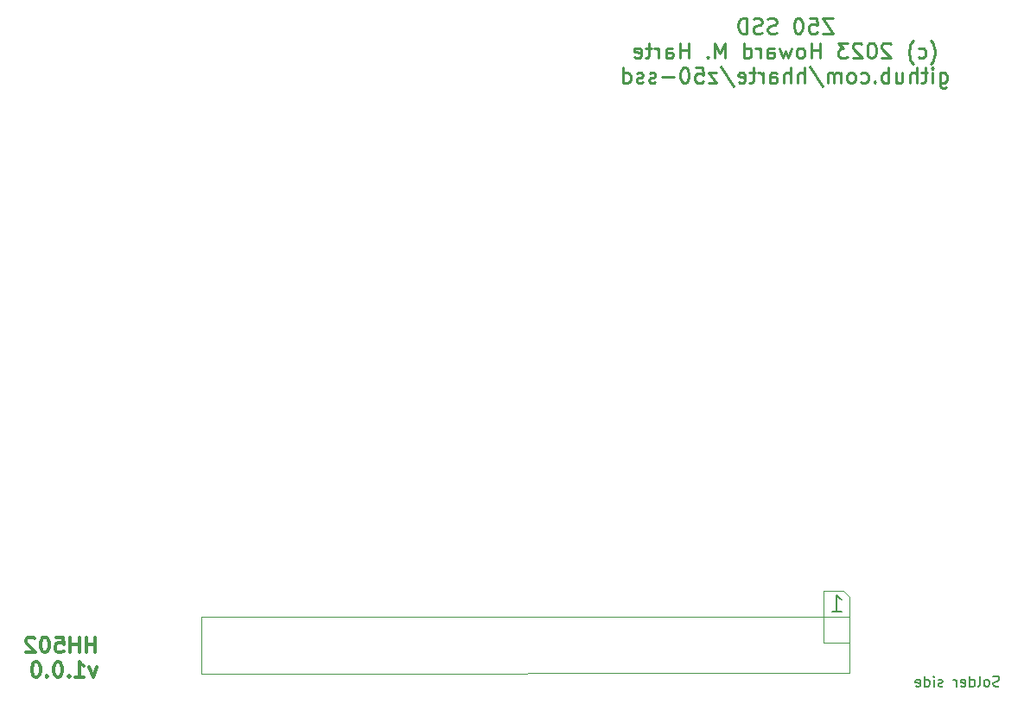
<source format=gbr>
%TF.GenerationSoftware,KiCad,Pcbnew,7.0.2*%
%TF.CreationDate,2023-05-07T14:31:41-07:00*%
%TF.ProjectId,z50-ssd,7a35302d-7373-4642-9e6b-696361645f70,rev?*%
%TF.SameCoordinates,Original*%
%TF.FileFunction,Legend,Bot*%
%TF.FilePolarity,Positive*%
%FSLAX46Y46*%
G04 Gerber Fmt 4.6, Leading zero omitted, Abs format (unit mm)*
G04 Created by KiCad (PCBNEW 7.0.2) date 2023-05-07 14:31:41*
%MOMM*%
%LPD*%
G01*
G04 APERTURE LIST*
%ADD10C,0.250000*%
%ADD11C,0.300000*%
%ADD12C,0.150000*%
%ADD13C,0.120000*%
G04 APERTURE END LIST*
D10*
X108278570Y-58863928D02*
X107278570Y-58863928D01*
X107278570Y-58863928D02*
X108278570Y-60363928D01*
X108278570Y-60363928D02*
X107278570Y-60363928D01*
X105992856Y-58863928D02*
X106707142Y-58863928D01*
X106707142Y-58863928D02*
X106778570Y-59578214D01*
X106778570Y-59578214D02*
X106707142Y-59506785D01*
X106707142Y-59506785D02*
X106564285Y-59435357D01*
X106564285Y-59435357D02*
X106207142Y-59435357D01*
X106207142Y-59435357D02*
X106064285Y-59506785D01*
X106064285Y-59506785D02*
X105992856Y-59578214D01*
X105992856Y-59578214D02*
X105921427Y-59721071D01*
X105921427Y-59721071D02*
X105921427Y-60078214D01*
X105921427Y-60078214D02*
X105992856Y-60221071D01*
X105992856Y-60221071D02*
X106064285Y-60292500D01*
X106064285Y-60292500D02*
X106207142Y-60363928D01*
X106207142Y-60363928D02*
X106564285Y-60363928D01*
X106564285Y-60363928D02*
X106707142Y-60292500D01*
X106707142Y-60292500D02*
X106778570Y-60221071D01*
X104992856Y-58863928D02*
X104849999Y-58863928D01*
X104849999Y-58863928D02*
X104707142Y-58935357D01*
X104707142Y-58935357D02*
X104635714Y-59006785D01*
X104635714Y-59006785D02*
X104564285Y-59149642D01*
X104564285Y-59149642D02*
X104492856Y-59435357D01*
X104492856Y-59435357D02*
X104492856Y-59792500D01*
X104492856Y-59792500D02*
X104564285Y-60078214D01*
X104564285Y-60078214D02*
X104635714Y-60221071D01*
X104635714Y-60221071D02*
X104707142Y-60292500D01*
X104707142Y-60292500D02*
X104849999Y-60363928D01*
X104849999Y-60363928D02*
X104992856Y-60363928D01*
X104992856Y-60363928D02*
X105135714Y-60292500D01*
X105135714Y-60292500D02*
X105207142Y-60221071D01*
X105207142Y-60221071D02*
X105278571Y-60078214D01*
X105278571Y-60078214D02*
X105349999Y-59792500D01*
X105349999Y-59792500D02*
X105349999Y-59435357D01*
X105349999Y-59435357D02*
X105278571Y-59149642D01*
X105278571Y-59149642D02*
X105207142Y-59006785D01*
X105207142Y-59006785D02*
X105135714Y-58935357D01*
X105135714Y-58935357D02*
X104992856Y-58863928D01*
X102778571Y-60292500D02*
X102564286Y-60363928D01*
X102564286Y-60363928D02*
X102207143Y-60363928D01*
X102207143Y-60363928D02*
X102064286Y-60292500D01*
X102064286Y-60292500D02*
X101992857Y-60221071D01*
X101992857Y-60221071D02*
X101921428Y-60078214D01*
X101921428Y-60078214D02*
X101921428Y-59935357D01*
X101921428Y-59935357D02*
X101992857Y-59792500D01*
X101992857Y-59792500D02*
X102064286Y-59721071D01*
X102064286Y-59721071D02*
X102207143Y-59649642D01*
X102207143Y-59649642D02*
X102492857Y-59578214D01*
X102492857Y-59578214D02*
X102635714Y-59506785D01*
X102635714Y-59506785D02*
X102707143Y-59435357D01*
X102707143Y-59435357D02*
X102778571Y-59292500D01*
X102778571Y-59292500D02*
X102778571Y-59149642D01*
X102778571Y-59149642D02*
X102707143Y-59006785D01*
X102707143Y-59006785D02*
X102635714Y-58935357D01*
X102635714Y-58935357D02*
X102492857Y-58863928D01*
X102492857Y-58863928D02*
X102135714Y-58863928D01*
X102135714Y-58863928D02*
X101921428Y-58935357D01*
X101350000Y-60292500D02*
X101135715Y-60363928D01*
X101135715Y-60363928D02*
X100778572Y-60363928D01*
X100778572Y-60363928D02*
X100635715Y-60292500D01*
X100635715Y-60292500D02*
X100564286Y-60221071D01*
X100564286Y-60221071D02*
X100492857Y-60078214D01*
X100492857Y-60078214D02*
X100492857Y-59935357D01*
X100492857Y-59935357D02*
X100564286Y-59792500D01*
X100564286Y-59792500D02*
X100635715Y-59721071D01*
X100635715Y-59721071D02*
X100778572Y-59649642D01*
X100778572Y-59649642D02*
X101064286Y-59578214D01*
X101064286Y-59578214D02*
X101207143Y-59506785D01*
X101207143Y-59506785D02*
X101278572Y-59435357D01*
X101278572Y-59435357D02*
X101350000Y-59292500D01*
X101350000Y-59292500D02*
X101350000Y-59149642D01*
X101350000Y-59149642D02*
X101278572Y-59006785D01*
X101278572Y-59006785D02*
X101207143Y-58935357D01*
X101207143Y-58935357D02*
X101064286Y-58863928D01*
X101064286Y-58863928D02*
X100707143Y-58863928D01*
X100707143Y-58863928D02*
X100492857Y-58935357D01*
X99850001Y-60363928D02*
X99850001Y-58863928D01*
X99850001Y-58863928D02*
X99492858Y-58863928D01*
X99492858Y-58863928D02*
X99278572Y-58935357D01*
X99278572Y-58935357D02*
X99135715Y-59078214D01*
X99135715Y-59078214D02*
X99064286Y-59221071D01*
X99064286Y-59221071D02*
X98992858Y-59506785D01*
X98992858Y-59506785D02*
X98992858Y-59721071D01*
X98992858Y-59721071D02*
X99064286Y-60006785D01*
X99064286Y-60006785D02*
X99135715Y-60149642D01*
X99135715Y-60149642D02*
X99278572Y-60292500D01*
X99278572Y-60292500D02*
X99492858Y-60363928D01*
X99492858Y-60363928D02*
X99850001Y-60363928D01*
X117885713Y-63365357D02*
X117957142Y-63293928D01*
X117957142Y-63293928D02*
X118099999Y-63079642D01*
X118099999Y-63079642D02*
X118171428Y-62936785D01*
X118171428Y-62936785D02*
X118242856Y-62722500D01*
X118242856Y-62722500D02*
X118314285Y-62365357D01*
X118314285Y-62365357D02*
X118314285Y-62079642D01*
X118314285Y-62079642D02*
X118242856Y-61722500D01*
X118242856Y-61722500D02*
X118171428Y-61508214D01*
X118171428Y-61508214D02*
X118099999Y-61365357D01*
X118099999Y-61365357D02*
X117957142Y-61151071D01*
X117957142Y-61151071D02*
X117885713Y-61079642D01*
X116671428Y-62722500D02*
X116814285Y-62793928D01*
X116814285Y-62793928D02*
X117099999Y-62793928D01*
X117099999Y-62793928D02*
X117242856Y-62722500D01*
X117242856Y-62722500D02*
X117314285Y-62651071D01*
X117314285Y-62651071D02*
X117385713Y-62508214D01*
X117385713Y-62508214D02*
X117385713Y-62079642D01*
X117385713Y-62079642D02*
X117314285Y-61936785D01*
X117314285Y-61936785D02*
X117242856Y-61865357D01*
X117242856Y-61865357D02*
X117099999Y-61793928D01*
X117099999Y-61793928D02*
X116814285Y-61793928D01*
X116814285Y-61793928D02*
X116671428Y-61865357D01*
X116171428Y-63365357D02*
X116099999Y-63293928D01*
X116099999Y-63293928D02*
X115957142Y-63079642D01*
X115957142Y-63079642D02*
X115885714Y-62936785D01*
X115885714Y-62936785D02*
X115814285Y-62722500D01*
X115814285Y-62722500D02*
X115742856Y-62365357D01*
X115742856Y-62365357D02*
X115742856Y-62079642D01*
X115742856Y-62079642D02*
X115814285Y-61722500D01*
X115814285Y-61722500D02*
X115885714Y-61508214D01*
X115885714Y-61508214D02*
X115957142Y-61365357D01*
X115957142Y-61365357D02*
X116099999Y-61151071D01*
X116099999Y-61151071D02*
X116171428Y-61079642D01*
X113957142Y-61436785D02*
X113885714Y-61365357D01*
X113885714Y-61365357D02*
X113742857Y-61293928D01*
X113742857Y-61293928D02*
X113385714Y-61293928D01*
X113385714Y-61293928D02*
X113242857Y-61365357D01*
X113242857Y-61365357D02*
X113171428Y-61436785D01*
X113171428Y-61436785D02*
X113099999Y-61579642D01*
X113099999Y-61579642D02*
X113099999Y-61722500D01*
X113099999Y-61722500D02*
X113171428Y-61936785D01*
X113171428Y-61936785D02*
X114028571Y-62793928D01*
X114028571Y-62793928D02*
X113099999Y-62793928D01*
X112171428Y-61293928D02*
X112028571Y-61293928D01*
X112028571Y-61293928D02*
X111885714Y-61365357D01*
X111885714Y-61365357D02*
X111814286Y-61436785D01*
X111814286Y-61436785D02*
X111742857Y-61579642D01*
X111742857Y-61579642D02*
X111671428Y-61865357D01*
X111671428Y-61865357D02*
X111671428Y-62222500D01*
X111671428Y-62222500D02*
X111742857Y-62508214D01*
X111742857Y-62508214D02*
X111814286Y-62651071D01*
X111814286Y-62651071D02*
X111885714Y-62722500D01*
X111885714Y-62722500D02*
X112028571Y-62793928D01*
X112028571Y-62793928D02*
X112171428Y-62793928D01*
X112171428Y-62793928D02*
X112314286Y-62722500D01*
X112314286Y-62722500D02*
X112385714Y-62651071D01*
X112385714Y-62651071D02*
X112457143Y-62508214D01*
X112457143Y-62508214D02*
X112528571Y-62222500D01*
X112528571Y-62222500D02*
X112528571Y-61865357D01*
X112528571Y-61865357D02*
X112457143Y-61579642D01*
X112457143Y-61579642D02*
X112385714Y-61436785D01*
X112385714Y-61436785D02*
X112314286Y-61365357D01*
X112314286Y-61365357D02*
X112171428Y-61293928D01*
X111100000Y-61436785D02*
X111028572Y-61365357D01*
X111028572Y-61365357D02*
X110885715Y-61293928D01*
X110885715Y-61293928D02*
X110528572Y-61293928D01*
X110528572Y-61293928D02*
X110385715Y-61365357D01*
X110385715Y-61365357D02*
X110314286Y-61436785D01*
X110314286Y-61436785D02*
X110242857Y-61579642D01*
X110242857Y-61579642D02*
X110242857Y-61722500D01*
X110242857Y-61722500D02*
X110314286Y-61936785D01*
X110314286Y-61936785D02*
X111171429Y-62793928D01*
X111171429Y-62793928D02*
X110242857Y-62793928D01*
X109742858Y-61293928D02*
X108814286Y-61293928D01*
X108814286Y-61293928D02*
X109314286Y-61865357D01*
X109314286Y-61865357D02*
X109100001Y-61865357D01*
X109100001Y-61865357D02*
X108957144Y-61936785D01*
X108957144Y-61936785D02*
X108885715Y-62008214D01*
X108885715Y-62008214D02*
X108814286Y-62151071D01*
X108814286Y-62151071D02*
X108814286Y-62508214D01*
X108814286Y-62508214D02*
X108885715Y-62651071D01*
X108885715Y-62651071D02*
X108957144Y-62722500D01*
X108957144Y-62722500D02*
X109100001Y-62793928D01*
X109100001Y-62793928D02*
X109528572Y-62793928D01*
X109528572Y-62793928D02*
X109671429Y-62722500D01*
X109671429Y-62722500D02*
X109742858Y-62651071D01*
X107028573Y-62793928D02*
X107028573Y-61293928D01*
X107028573Y-62008214D02*
X106171430Y-62008214D01*
X106171430Y-62793928D02*
X106171430Y-61293928D01*
X105242858Y-62793928D02*
X105385715Y-62722500D01*
X105385715Y-62722500D02*
X105457144Y-62651071D01*
X105457144Y-62651071D02*
X105528572Y-62508214D01*
X105528572Y-62508214D02*
X105528572Y-62079642D01*
X105528572Y-62079642D02*
X105457144Y-61936785D01*
X105457144Y-61936785D02*
X105385715Y-61865357D01*
X105385715Y-61865357D02*
X105242858Y-61793928D01*
X105242858Y-61793928D02*
X105028572Y-61793928D01*
X105028572Y-61793928D02*
X104885715Y-61865357D01*
X104885715Y-61865357D02*
X104814287Y-61936785D01*
X104814287Y-61936785D02*
X104742858Y-62079642D01*
X104742858Y-62079642D02*
X104742858Y-62508214D01*
X104742858Y-62508214D02*
X104814287Y-62651071D01*
X104814287Y-62651071D02*
X104885715Y-62722500D01*
X104885715Y-62722500D02*
X105028572Y-62793928D01*
X105028572Y-62793928D02*
X105242858Y-62793928D01*
X104242858Y-61793928D02*
X103957144Y-62793928D01*
X103957144Y-62793928D02*
X103671429Y-62079642D01*
X103671429Y-62079642D02*
X103385715Y-62793928D01*
X103385715Y-62793928D02*
X103100001Y-61793928D01*
X101885715Y-62793928D02*
X101885715Y-62008214D01*
X101885715Y-62008214D02*
X101957143Y-61865357D01*
X101957143Y-61865357D02*
X102100000Y-61793928D01*
X102100000Y-61793928D02*
X102385715Y-61793928D01*
X102385715Y-61793928D02*
X102528572Y-61865357D01*
X101885715Y-62722500D02*
X102028572Y-62793928D01*
X102028572Y-62793928D02*
X102385715Y-62793928D01*
X102385715Y-62793928D02*
X102528572Y-62722500D01*
X102528572Y-62722500D02*
X102600000Y-62579642D01*
X102600000Y-62579642D02*
X102600000Y-62436785D01*
X102600000Y-62436785D02*
X102528572Y-62293928D01*
X102528572Y-62293928D02*
X102385715Y-62222500D01*
X102385715Y-62222500D02*
X102028572Y-62222500D01*
X102028572Y-62222500D02*
X101885715Y-62151071D01*
X101171429Y-62793928D02*
X101171429Y-61793928D01*
X101171429Y-62079642D02*
X101100000Y-61936785D01*
X101100000Y-61936785D02*
X101028572Y-61865357D01*
X101028572Y-61865357D02*
X100885714Y-61793928D01*
X100885714Y-61793928D02*
X100742857Y-61793928D01*
X99600001Y-62793928D02*
X99600001Y-61293928D01*
X99600001Y-62722500D02*
X99742858Y-62793928D01*
X99742858Y-62793928D02*
X100028572Y-62793928D01*
X100028572Y-62793928D02*
X100171429Y-62722500D01*
X100171429Y-62722500D02*
X100242858Y-62651071D01*
X100242858Y-62651071D02*
X100314286Y-62508214D01*
X100314286Y-62508214D02*
X100314286Y-62079642D01*
X100314286Y-62079642D02*
X100242858Y-61936785D01*
X100242858Y-61936785D02*
X100171429Y-61865357D01*
X100171429Y-61865357D02*
X100028572Y-61793928D01*
X100028572Y-61793928D02*
X99742858Y-61793928D01*
X99742858Y-61793928D02*
X99600001Y-61865357D01*
X97742858Y-62793928D02*
X97742858Y-61293928D01*
X97742858Y-61293928D02*
X97242858Y-62365357D01*
X97242858Y-62365357D02*
X96742858Y-61293928D01*
X96742858Y-61293928D02*
X96742858Y-62793928D01*
X96028572Y-62651071D02*
X95957143Y-62722500D01*
X95957143Y-62722500D02*
X96028572Y-62793928D01*
X96028572Y-62793928D02*
X96100000Y-62722500D01*
X96100000Y-62722500D02*
X96028572Y-62651071D01*
X96028572Y-62651071D02*
X96028572Y-62793928D01*
X94171429Y-62793928D02*
X94171429Y-61293928D01*
X94171429Y-62008214D02*
X93314286Y-62008214D01*
X93314286Y-62793928D02*
X93314286Y-61293928D01*
X91957143Y-62793928D02*
X91957143Y-62008214D01*
X91957143Y-62008214D02*
X92028571Y-61865357D01*
X92028571Y-61865357D02*
X92171428Y-61793928D01*
X92171428Y-61793928D02*
X92457143Y-61793928D01*
X92457143Y-61793928D02*
X92600000Y-61865357D01*
X91957143Y-62722500D02*
X92100000Y-62793928D01*
X92100000Y-62793928D02*
X92457143Y-62793928D01*
X92457143Y-62793928D02*
X92600000Y-62722500D01*
X92600000Y-62722500D02*
X92671428Y-62579642D01*
X92671428Y-62579642D02*
X92671428Y-62436785D01*
X92671428Y-62436785D02*
X92600000Y-62293928D01*
X92600000Y-62293928D02*
X92457143Y-62222500D01*
X92457143Y-62222500D02*
X92100000Y-62222500D01*
X92100000Y-62222500D02*
X91957143Y-62151071D01*
X91242857Y-62793928D02*
X91242857Y-61793928D01*
X91242857Y-62079642D02*
X91171428Y-61936785D01*
X91171428Y-61936785D02*
X91100000Y-61865357D01*
X91100000Y-61865357D02*
X90957142Y-61793928D01*
X90957142Y-61793928D02*
X90814285Y-61793928D01*
X90528571Y-61793928D02*
X89957143Y-61793928D01*
X90314286Y-61293928D02*
X90314286Y-62579642D01*
X90314286Y-62579642D02*
X90242857Y-62722500D01*
X90242857Y-62722500D02*
X90100000Y-62793928D01*
X90100000Y-62793928D02*
X89957143Y-62793928D01*
X88885714Y-62722500D02*
X89028571Y-62793928D01*
X89028571Y-62793928D02*
X89314286Y-62793928D01*
X89314286Y-62793928D02*
X89457143Y-62722500D01*
X89457143Y-62722500D02*
X89528571Y-62579642D01*
X89528571Y-62579642D02*
X89528571Y-62008214D01*
X89528571Y-62008214D02*
X89457143Y-61865357D01*
X89457143Y-61865357D02*
X89314286Y-61793928D01*
X89314286Y-61793928D02*
X89028571Y-61793928D01*
X89028571Y-61793928D02*
X88885714Y-61865357D01*
X88885714Y-61865357D02*
X88814286Y-62008214D01*
X88814286Y-62008214D02*
X88814286Y-62151071D01*
X88814286Y-62151071D02*
X89528571Y-62293928D01*
X118778572Y-64223928D02*
X118778572Y-65438214D01*
X118778572Y-65438214D02*
X118850000Y-65581071D01*
X118850000Y-65581071D02*
X118921429Y-65652500D01*
X118921429Y-65652500D02*
X119064286Y-65723928D01*
X119064286Y-65723928D02*
X119278572Y-65723928D01*
X119278572Y-65723928D02*
X119421429Y-65652500D01*
X118778572Y-65152500D02*
X118921429Y-65223928D01*
X118921429Y-65223928D02*
X119207143Y-65223928D01*
X119207143Y-65223928D02*
X119350000Y-65152500D01*
X119350000Y-65152500D02*
X119421429Y-65081071D01*
X119421429Y-65081071D02*
X119492857Y-64938214D01*
X119492857Y-64938214D02*
X119492857Y-64509642D01*
X119492857Y-64509642D02*
X119421429Y-64366785D01*
X119421429Y-64366785D02*
X119350000Y-64295357D01*
X119350000Y-64295357D02*
X119207143Y-64223928D01*
X119207143Y-64223928D02*
X118921429Y-64223928D01*
X118921429Y-64223928D02*
X118778572Y-64295357D01*
X118064286Y-65223928D02*
X118064286Y-64223928D01*
X118064286Y-63723928D02*
X118135714Y-63795357D01*
X118135714Y-63795357D02*
X118064286Y-63866785D01*
X118064286Y-63866785D02*
X117992857Y-63795357D01*
X117992857Y-63795357D02*
X118064286Y-63723928D01*
X118064286Y-63723928D02*
X118064286Y-63866785D01*
X117564285Y-64223928D02*
X116992857Y-64223928D01*
X117350000Y-63723928D02*
X117350000Y-65009642D01*
X117350000Y-65009642D02*
X117278571Y-65152500D01*
X117278571Y-65152500D02*
X117135714Y-65223928D01*
X117135714Y-65223928D02*
X116992857Y-65223928D01*
X116492857Y-65223928D02*
X116492857Y-63723928D01*
X115850000Y-65223928D02*
X115850000Y-64438214D01*
X115850000Y-64438214D02*
X115921428Y-64295357D01*
X115921428Y-64295357D02*
X116064285Y-64223928D01*
X116064285Y-64223928D02*
X116278571Y-64223928D01*
X116278571Y-64223928D02*
X116421428Y-64295357D01*
X116421428Y-64295357D02*
X116492857Y-64366785D01*
X114492857Y-64223928D02*
X114492857Y-65223928D01*
X115135714Y-64223928D02*
X115135714Y-65009642D01*
X115135714Y-65009642D02*
X115064285Y-65152500D01*
X115064285Y-65152500D02*
X114921428Y-65223928D01*
X114921428Y-65223928D02*
X114707142Y-65223928D01*
X114707142Y-65223928D02*
X114564285Y-65152500D01*
X114564285Y-65152500D02*
X114492857Y-65081071D01*
X113778571Y-65223928D02*
X113778571Y-63723928D01*
X113778571Y-64295357D02*
X113635714Y-64223928D01*
X113635714Y-64223928D02*
X113349999Y-64223928D01*
X113349999Y-64223928D02*
X113207142Y-64295357D01*
X113207142Y-64295357D02*
X113135714Y-64366785D01*
X113135714Y-64366785D02*
X113064285Y-64509642D01*
X113064285Y-64509642D02*
X113064285Y-64938214D01*
X113064285Y-64938214D02*
X113135714Y-65081071D01*
X113135714Y-65081071D02*
X113207142Y-65152500D01*
X113207142Y-65152500D02*
X113349999Y-65223928D01*
X113349999Y-65223928D02*
X113635714Y-65223928D01*
X113635714Y-65223928D02*
X113778571Y-65152500D01*
X112421428Y-65081071D02*
X112349999Y-65152500D01*
X112349999Y-65152500D02*
X112421428Y-65223928D01*
X112421428Y-65223928D02*
X112492856Y-65152500D01*
X112492856Y-65152500D02*
X112421428Y-65081071D01*
X112421428Y-65081071D02*
X112421428Y-65223928D01*
X111064285Y-65152500D02*
X111207142Y-65223928D01*
X111207142Y-65223928D02*
X111492856Y-65223928D01*
X111492856Y-65223928D02*
X111635713Y-65152500D01*
X111635713Y-65152500D02*
X111707142Y-65081071D01*
X111707142Y-65081071D02*
X111778570Y-64938214D01*
X111778570Y-64938214D02*
X111778570Y-64509642D01*
X111778570Y-64509642D02*
X111707142Y-64366785D01*
X111707142Y-64366785D02*
X111635713Y-64295357D01*
X111635713Y-64295357D02*
X111492856Y-64223928D01*
X111492856Y-64223928D02*
X111207142Y-64223928D01*
X111207142Y-64223928D02*
X111064285Y-64295357D01*
X110207142Y-65223928D02*
X110349999Y-65152500D01*
X110349999Y-65152500D02*
X110421428Y-65081071D01*
X110421428Y-65081071D02*
X110492856Y-64938214D01*
X110492856Y-64938214D02*
X110492856Y-64509642D01*
X110492856Y-64509642D02*
X110421428Y-64366785D01*
X110421428Y-64366785D02*
X110349999Y-64295357D01*
X110349999Y-64295357D02*
X110207142Y-64223928D01*
X110207142Y-64223928D02*
X109992856Y-64223928D01*
X109992856Y-64223928D02*
X109849999Y-64295357D01*
X109849999Y-64295357D02*
X109778571Y-64366785D01*
X109778571Y-64366785D02*
X109707142Y-64509642D01*
X109707142Y-64509642D02*
X109707142Y-64938214D01*
X109707142Y-64938214D02*
X109778571Y-65081071D01*
X109778571Y-65081071D02*
X109849999Y-65152500D01*
X109849999Y-65152500D02*
X109992856Y-65223928D01*
X109992856Y-65223928D02*
X110207142Y-65223928D01*
X109064285Y-65223928D02*
X109064285Y-64223928D01*
X109064285Y-64366785D02*
X108992856Y-64295357D01*
X108992856Y-64295357D02*
X108849999Y-64223928D01*
X108849999Y-64223928D02*
X108635713Y-64223928D01*
X108635713Y-64223928D02*
X108492856Y-64295357D01*
X108492856Y-64295357D02*
X108421428Y-64438214D01*
X108421428Y-64438214D02*
X108421428Y-65223928D01*
X108421428Y-64438214D02*
X108349999Y-64295357D01*
X108349999Y-64295357D02*
X108207142Y-64223928D01*
X108207142Y-64223928D02*
X107992856Y-64223928D01*
X107992856Y-64223928D02*
X107849999Y-64295357D01*
X107849999Y-64295357D02*
X107778570Y-64438214D01*
X107778570Y-64438214D02*
X107778570Y-65223928D01*
X105992856Y-63652500D02*
X107278570Y-65581071D01*
X105492856Y-65223928D02*
X105492856Y-63723928D01*
X104849999Y-65223928D02*
X104849999Y-64438214D01*
X104849999Y-64438214D02*
X104921427Y-64295357D01*
X104921427Y-64295357D02*
X105064284Y-64223928D01*
X105064284Y-64223928D02*
X105278570Y-64223928D01*
X105278570Y-64223928D02*
X105421427Y-64295357D01*
X105421427Y-64295357D02*
X105492856Y-64366785D01*
X104135713Y-65223928D02*
X104135713Y-63723928D01*
X103492856Y-65223928D02*
X103492856Y-64438214D01*
X103492856Y-64438214D02*
X103564284Y-64295357D01*
X103564284Y-64295357D02*
X103707141Y-64223928D01*
X103707141Y-64223928D02*
X103921427Y-64223928D01*
X103921427Y-64223928D02*
X104064284Y-64295357D01*
X104064284Y-64295357D02*
X104135713Y-64366785D01*
X102135713Y-65223928D02*
X102135713Y-64438214D01*
X102135713Y-64438214D02*
X102207141Y-64295357D01*
X102207141Y-64295357D02*
X102349998Y-64223928D01*
X102349998Y-64223928D02*
X102635713Y-64223928D01*
X102635713Y-64223928D02*
X102778570Y-64295357D01*
X102135713Y-65152500D02*
X102278570Y-65223928D01*
X102278570Y-65223928D02*
X102635713Y-65223928D01*
X102635713Y-65223928D02*
X102778570Y-65152500D01*
X102778570Y-65152500D02*
X102849998Y-65009642D01*
X102849998Y-65009642D02*
X102849998Y-64866785D01*
X102849998Y-64866785D02*
X102778570Y-64723928D01*
X102778570Y-64723928D02*
X102635713Y-64652500D01*
X102635713Y-64652500D02*
X102278570Y-64652500D01*
X102278570Y-64652500D02*
X102135713Y-64581071D01*
X101421427Y-65223928D02*
X101421427Y-64223928D01*
X101421427Y-64509642D02*
X101349998Y-64366785D01*
X101349998Y-64366785D02*
X101278570Y-64295357D01*
X101278570Y-64295357D02*
X101135712Y-64223928D01*
X101135712Y-64223928D02*
X100992855Y-64223928D01*
X100707141Y-64223928D02*
X100135713Y-64223928D01*
X100492856Y-63723928D02*
X100492856Y-65009642D01*
X100492856Y-65009642D02*
X100421427Y-65152500D01*
X100421427Y-65152500D02*
X100278570Y-65223928D01*
X100278570Y-65223928D02*
X100135713Y-65223928D01*
X99064284Y-65152500D02*
X99207141Y-65223928D01*
X99207141Y-65223928D02*
X99492856Y-65223928D01*
X99492856Y-65223928D02*
X99635713Y-65152500D01*
X99635713Y-65152500D02*
X99707141Y-65009642D01*
X99707141Y-65009642D02*
X99707141Y-64438214D01*
X99707141Y-64438214D02*
X99635713Y-64295357D01*
X99635713Y-64295357D02*
X99492856Y-64223928D01*
X99492856Y-64223928D02*
X99207141Y-64223928D01*
X99207141Y-64223928D02*
X99064284Y-64295357D01*
X99064284Y-64295357D02*
X98992856Y-64438214D01*
X98992856Y-64438214D02*
X98992856Y-64581071D01*
X98992856Y-64581071D02*
X99707141Y-64723928D01*
X97278570Y-63652500D02*
X98564284Y-65581071D01*
X96921427Y-64223928D02*
X96135713Y-64223928D01*
X96135713Y-64223928D02*
X96921427Y-65223928D01*
X96921427Y-65223928D02*
X96135713Y-65223928D01*
X94849998Y-63723928D02*
X95564284Y-63723928D01*
X95564284Y-63723928D02*
X95635712Y-64438214D01*
X95635712Y-64438214D02*
X95564284Y-64366785D01*
X95564284Y-64366785D02*
X95421427Y-64295357D01*
X95421427Y-64295357D02*
X95064284Y-64295357D01*
X95064284Y-64295357D02*
X94921427Y-64366785D01*
X94921427Y-64366785D02*
X94849998Y-64438214D01*
X94849998Y-64438214D02*
X94778569Y-64581071D01*
X94778569Y-64581071D02*
X94778569Y-64938214D01*
X94778569Y-64938214D02*
X94849998Y-65081071D01*
X94849998Y-65081071D02*
X94921427Y-65152500D01*
X94921427Y-65152500D02*
X95064284Y-65223928D01*
X95064284Y-65223928D02*
X95421427Y-65223928D01*
X95421427Y-65223928D02*
X95564284Y-65152500D01*
X95564284Y-65152500D02*
X95635712Y-65081071D01*
X93849998Y-63723928D02*
X93707141Y-63723928D01*
X93707141Y-63723928D02*
X93564284Y-63795357D01*
X93564284Y-63795357D02*
X93492856Y-63866785D01*
X93492856Y-63866785D02*
X93421427Y-64009642D01*
X93421427Y-64009642D02*
X93349998Y-64295357D01*
X93349998Y-64295357D02*
X93349998Y-64652500D01*
X93349998Y-64652500D02*
X93421427Y-64938214D01*
X93421427Y-64938214D02*
X93492856Y-65081071D01*
X93492856Y-65081071D02*
X93564284Y-65152500D01*
X93564284Y-65152500D02*
X93707141Y-65223928D01*
X93707141Y-65223928D02*
X93849998Y-65223928D01*
X93849998Y-65223928D02*
X93992856Y-65152500D01*
X93992856Y-65152500D02*
X94064284Y-65081071D01*
X94064284Y-65081071D02*
X94135713Y-64938214D01*
X94135713Y-64938214D02*
X94207141Y-64652500D01*
X94207141Y-64652500D02*
X94207141Y-64295357D01*
X94207141Y-64295357D02*
X94135713Y-64009642D01*
X94135713Y-64009642D02*
X94064284Y-63866785D01*
X94064284Y-63866785D02*
X93992856Y-63795357D01*
X93992856Y-63795357D02*
X93849998Y-63723928D01*
X92707142Y-64652500D02*
X91564285Y-64652500D01*
X90921427Y-65152500D02*
X90778570Y-65223928D01*
X90778570Y-65223928D02*
X90492856Y-65223928D01*
X90492856Y-65223928D02*
X90349999Y-65152500D01*
X90349999Y-65152500D02*
X90278570Y-65009642D01*
X90278570Y-65009642D02*
X90278570Y-64938214D01*
X90278570Y-64938214D02*
X90349999Y-64795357D01*
X90349999Y-64795357D02*
X90492856Y-64723928D01*
X90492856Y-64723928D02*
X90707142Y-64723928D01*
X90707142Y-64723928D02*
X90849999Y-64652500D01*
X90849999Y-64652500D02*
X90921427Y-64509642D01*
X90921427Y-64509642D02*
X90921427Y-64438214D01*
X90921427Y-64438214D02*
X90849999Y-64295357D01*
X90849999Y-64295357D02*
X90707142Y-64223928D01*
X90707142Y-64223928D02*
X90492856Y-64223928D01*
X90492856Y-64223928D02*
X90349999Y-64295357D01*
X89707141Y-65152500D02*
X89564284Y-65223928D01*
X89564284Y-65223928D02*
X89278570Y-65223928D01*
X89278570Y-65223928D02*
X89135713Y-65152500D01*
X89135713Y-65152500D02*
X89064284Y-65009642D01*
X89064284Y-65009642D02*
X89064284Y-64938214D01*
X89064284Y-64938214D02*
X89135713Y-64795357D01*
X89135713Y-64795357D02*
X89278570Y-64723928D01*
X89278570Y-64723928D02*
X89492856Y-64723928D01*
X89492856Y-64723928D02*
X89635713Y-64652500D01*
X89635713Y-64652500D02*
X89707141Y-64509642D01*
X89707141Y-64509642D02*
X89707141Y-64438214D01*
X89707141Y-64438214D02*
X89635713Y-64295357D01*
X89635713Y-64295357D02*
X89492856Y-64223928D01*
X89492856Y-64223928D02*
X89278570Y-64223928D01*
X89278570Y-64223928D02*
X89135713Y-64295357D01*
X87778570Y-65223928D02*
X87778570Y-63723928D01*
X87778570Y-65152500D02*
X87921427Y-65223928D01*
X87921427Y-65223928D02*
X88207141Y-65223928D01*
X88207141Y-65223928D02*
X88349998Y-65152500D01*
X88349998Y-65152500D02*
X88421427Y-65081071D01*
X88421427Y-65081071D02*
X88492855Y-64938214D01*
X88492855Y-64938214D02*
X88492855Y-64509642D01*
X88492855Y-64509642D02*
X88421427Y-64366785D01*
X88421427Y-64366785D02*
X88349998Y-64295357D01*
X88349998Y-64295357D02*
X88207141Y-64223928D01*
X88207141Y-64223928D02*
X87921427Y-64223928D01*
X87921427Y-64223928D02*
X87778570Y-64295357D01*
D11*
X36027854Y-121039410D02*
X36027854Y-119539410D01*
X36027854Y-120253696D02*
X35170711Y-120253696D01*
X35170711Y-121039410D02*
X35170711Y-119539410D01*
X34456425Y-121039410D02*
X34456425Y-119539410D01*
X34456425Y-120253696D02*
X33599282Y-120253696D01*
X33599282Y-121039410D02*
X33599282Y-119539410D01*
X32170710Y-119539410D02*
X32884996Y-119539410D01*
X32884996Y-119539410D02*
X32956424Y-120253696D01*
X32956424Y-120253696D02*
X32884996Y-120182267D01*
X32884996Y-120182267D02*
X32742139Y-120110839D01*
X32742139Y-120110839D02*
X32384996Y-120110839D01*
X32384996Y-120110839D02*
X32242139Y-120182267D01*
X32242139Y-120182267D02*
X32170710Y-120253696D01*
X32170710Y-120253696D02*
X32099281Y-120396553D01*
X32099281Y-120396553D02*
X32099281Y-120753696D01*
X32099281Y-120753696D02*
X32170710Y-120896553D01*
X32170710Y-120896553D02*
X32242139Y-120967982D01*
X32242139Y-120967982D02*
X32384996Y-121039410D01*
X32384996Y-121039410D02*
X32742139Y-121039410D01*
X32742139Y-121039410D02*
X32884996Y-120967982D01*
X32884996Y-120967982D02*
X32956424Y-120896553D01*
X31170710Y-119539410D02*
X31027853Y-119539410D01*
X31027853Y-119539410D02*
X30884996Y-119610839D01*
X30884996Y-119610839D02*
X30813568Y-119682267D01*
X30813568Y-119682267D02*
X30742139Y-119825124D01*
X30742139Y-119825124D02*
X30670710Y-120110839D01*
X30670710Y-120110839D02*
X30670710Y-120467982D01*
X30670710Y-120467982D02*
X30742139Y-120753696D01*
X30742139Y-120753696D02*
X30813568Y-120896553D01*
X30813568Y-120896553D02*
X30884996Y-120967982D01*
X30884996Y-120967982D02*
X31027853Y-121039410D01*
X31027853Y-121039410D02*
X31170710Y-121039410D01*
X31170710Y-121039410D02*
X31313568Y-120967982D01*
X31313568Y-120967982D02*
X31384996Y-120896553D01*
X31384996Y-120896553D02*
X31456425Y-120753696D01*
X31456425Y-120753696D02*
X31527853Y-120467982D01*
X31527853Y-120467982D02*
X31527853Y-120110839D01*
X31527853Y-120110839D02*
X31456425Y-119825124D01*
X31456425Y-119825124D02*
X31384996Y-119682267D01*
X31384996Y-119682267D02*
X31313568Y-119610839D01*
X31313568Y-119610839D02*
X31170710Y-119539410D01*
X30099282Y-119682267D02*
X30027854Y-119610839D01*
X30027854Y-119610839D02*
X29884997Y-119539410D01*
X29884997Y-119539410D02*
X29527854Y-119539410D01*
X29527854Y-119539410D02*
X29384997Y-119610839D01*
X29384997Y-119610839D02*
X29313568Y-119682267D01*
X29313568Y-119682267D02*
X29242139Y-119825124D01*
X29242139Y-119825124D02*
X29242139Y-119967982D01*
X29242139Y-119967982D02*
X29313568Y-120182267D01*
X29313568Y-120182267D02*
X30170711Y-121039410D01*
X30170711Y-121039410D02*
X29242139Y-121039410D01*
X36170711Y-122469410D02*
X35813568Y-123469410D01*
X35813568Y-123469410D02*
X35456425Y-122469410D01*
X34099282Y-123469410D02*
X34956425Y-123469410D01*
X34527854Y-123469410D02*
X34527854Y-121969410D01*
X34527854Y-121969410D02*
X34670711Y-122183696D01*
X34670711Y-122183696D02*
X34813568Y-122326553D01*
X34813568Y-122326553D02*
X34956425Y-122397982D01*
X33456426Y-123326553D02*
X33384997Y-123397982D01*
X33384997Y-123397982D02*
X33456426Y-123469410D01*
X33456426Y-123469410D02*
X33527854Y-123397982D01*
X33527854Y-123397982D02*
X33456426Y-123326553D01*
X33456426Y-123326553D02*
X33456426Y-123469410D01*
X32456425Y-121969410D02*
X32313568Y-121969410D01*
X32313568Y-121969410D02*
X32170711Y-122040839D01*
X32170711Y-122040839D02*
X32099283Y-122112267D01*
X32099283Y-122112267D02*
X32027854Y-122255124D01*
X32027854Y-122255124D02*
X31956425Y-122540839D01*
X31956425Y-122540839D02*
X31956425Y-122897982D01*
X31956425Y-122897982D02*
X32027854Y-123183696D01*
X32027854Y-123183696D02*
X32099283Y-123326553D01*
X32099283Y-123326553D02*
X32170711Y-123397982D01*
X32170711Y-123397982D02*
X32313568Y-123469410D01*
X32313568Y-123469410D02*
X32456425Y-123469410D01*
X32456425Y-123469410D02*
X32599283Y-123397982D01*
X32599283Y-123397982D02*
X32670711Y-123326553D01*
X32670711Y-123326553D02*
X32742140Y-123183696D01*
X32742140Y-123183696D02*
X32813568Y-122897982D01*
X32813568Y-122897982D02*
X32813568Y-122540839D01*
X32813568Y-122540839D02*
X32742140Y-122255124D01*
X32742140Y-122255124D02*
X32670711Y-122112267D01*
X32670711Y-122112267D02*
X32599283Y-122040839D01*
X32599283Y-122040839D02*
X32456425Y-121969410D01*
X31313569Y-123326553D02*
X31242140Y-123397982D01*
X31242140Y-123397982D02*
X31313569Y-123469410D01*
X31313569Y-123469410D02*
X31384997Y-123397982D01*
X31384997Y-123397982D02*
X31313569Y-123326553D01*
X31313569Y-123326553D02*
X31313569Y-123469410D01*
X30313568Y-121969410D02*
X30170711Y-121969410D01*
X30170711Y-121969410D02*
X30027854Y-122040839D01*
X30027854Y-122040839D02*
X29956426Y-122112267D01*
X29956426Y-122112267D02*
X29884997Y-122255124D01*
X29884997Y-122255124D02*
X29813568Y-122540839D01*
X29813568Y-122540839D02*
X29813568Y-122897982D01*
X29813568Y-122897982D02*
X29884997Y-123183696D01*
X29884997Y-123183696D02*
X29956426Y-123326553D01*
X29956426Y-123326553D02*
X30027854Y-123397982D01*
X30027854Y-123397982D02*
X30170711Y-123469410D01*
X30170711Y-123469410D02*
X30313568Y-123469410D01*
X30313568Y-123469410D02*
X30456426Y-123397982D01*
X30456426Y-123397982D02*
X30527854Y-123326553D01*
X30527854Y-123326553D02*
X30599283Y-123183696D01*
X30599283Y-123183696D02*
X30670711Y-122897982D01*
X30670711Y-122897982D02*
X30670711Y-122540839D01*
X30670711Y-122540839D02*
X30599283Y-122255124D01*
X30599283Y-122255124D02*
X30527854Y-122112267D01*
X30527854Y-122112267D02*
X30456426Y-122040839D01*
X30456426Y-122040839D02*
X30313568Y-121969410D01*
D12*
X124593523Y-124330000D02*
X124450666Y-124377619D01*
X124450666Y-124377619D02*
X124212571Y-124377619D01*
X124212571Y-124377619D02*
X124117333Y-124330000D01*
X124117333Y-124330000D02*
X124069714Y-124282380D01*
X124069714Y-124282380D02*
X124022095Y-124187142D01*
X124022095Y-124187142D02*
X124022095Y-124091904D01*
X124022095Y-124091904D02*
X124069714Y-123996666D01*
X124069714Y-123996666D02*
X124117333Y-123949047D01*
X124117333Y-123949047D02*
X124212571Y-123901428D01*
X124212571Y-123901428D02*
X124403047Y-123853809D01*
X124403047Y-123853809D02*
X124498285Y-123806190D01*
X124498285Y-123806190D02*
X124545904Y-123758571D01*
X124545904Y-123758571D02*
X124593523Y-123663333D01*
X124593523Y-123663333D02*
X124593523Y-123568095D01*
X124593523Y-123568095D02*
X124545904Y-123472857D01*
X124545904Y-123472857D02*
X124498285Y-123425238D01*
X124498285Y-123425238D02*
X124403047Y-123377619D01*
X124403047Y-123377619D02*
X124164952Y-123377619D01*
X124164952Y-123377619D02*
X124022095Y-123425238D01*
X123450666Y-124377619D02*
X123545904Y-124330000D01*
X123545904Y-124330000D02*
X123593523Y-124282380D01*
X123593523Y-124282380D02*
X123641142Y-124187142D01*
X123641142Y-124187142D02*
X123641142Y-123901428D01*
X123641142Y-123901428D02*
X123593523Y-123806190D01*
X123593523Y-123806190D02*
X123545904Y-123758571D01*
X123545904Y-123758571D02*
X123450666Y-123710952D01*
X123450666Y-123710952D02*
X123307809Y-123710952D01*
X123307809Y-123710952D02*
X123212571Y-123758571D01*
X123212571Y-123758571D02*
X123164952Y-123806190D01*
X123164952Y-123806190D02*
X123117333Y-123901428D01*
X123117333Y-123901428D02*
X123117333Y-124187142D01*
X123117333Y-124187142D02*
X123164952Y-124282380D01*
X123164952Y-124282380D02*
X123212571Y-124330000D01*
X123212571Y-124330000D02*
X123307809Y-124377619D01*
X123307809Y-124377619D02*
X123450666Y-124377619D01*
X122545904Y-124377619D02*
X122641142Y-124330000D01*
X122641142Y-124330000D02*
X122688761Y-124234761D01*
X122688761Y-124234761D02*
X122688761Y-123377619D01*
X121736380Y-124377619D02*
X121736380Y-123377619D01*
X121736380Y-124330000D02*
X121831618Y-124377619D01*
X121831618Y-124377619D02*
X122022094Y-124377619D01*
X122022094Y-124377619D02*
X122117332Y-124330000D01*
X122117332Y-124330000D02*
X122164951Y-124282380D01*
X122164951Y-124282380D02*
X122212570Y-124187142D01*
X122212570Y-124187142D02*
X122212570Y-123901428D01*
X122212570Y-123901428D02*
X122164951Y-123806190D01*
X122164951Y-123806190D02*
X122117332Y-123758571D01*
X122117332Y-123758571D02*
X122022094Y-123710952D01*
X122022094Y-123710952D02*
X121831618Y-123710952D01*
X121831618Y-123710952D02*
X121736380Y-123758571D01*
X120879237Y-124330000D02*
X120974475Y-124377619D01*
X120974475Y-124377619D02*
X121164951Y-124377619D01*
X121164951Y-124377619D02*
X121260189Y-124330000D01*
X121260189Y-124330000D02*
X121307808Y-124234761D01*
X121307808Y-124234761D02*
X121307808Y-123853809D01*
X121307808Y-123853809D02*
X121260189Y-123758571D01*
X121260189Y-123758571D02*
X121164951Y-123710952D01*
X121164951Y-123710952D02*
X120974475Y-123710952D01*
X120974475Y-123710952D02*
X120879237Y-123758571D01*
X120879237Y-123758571D02*
X120831618Y-123853809D01*
X120831618Y-123853809D02*
X120831618Y-123949047D01*
X120831618Y-123949047D02*
X121307808Y-124044285D01*
X120403046Y-124377619D02*
X120403046Y-123710952D01*
X120403046Y-123901428D02*
X120355427Y-123806190D01*
X120355427Y-123806190D02*
X120307808Y-123758571D01*
X120307808Y-123758571D02*
X120212570Y-123710952D01*
X120212570Y-123710952D02*
X120117332Y-123710952D01*
X119069712Y-124330000D02*
X118974474Y-124377619D01*
X118974474Y-124377619D02*
X118783998Y-124377619D01*
X118783998Y-124377619D02*
X118688760Y-124330000D01*
X118688760Y-124330000D02*
X118641141Y-124234761D01*
X118641141Y-124234761D02*
X118641141Y-124187142D01*
X118641141Y-124187142D02*
X118688760Y-124091904D01*
X118688760Y-124091904D02*
X118783998Y-124044285D01*
X118783998Y-124044285D02*
X118926855Y-124044285D01*
X118926855Y-124044285D02*
X119022093Y-123996666D01*
X119022093Y-123996666D02*
X119069712Y-123901428D01*
X119069712Y-123901428D02*
X119069712Y-123853809D01*
X119069712Y-123853809D02*
X119022093Y-123758571D01*
X119022093Y-123758571D02*
X118926855Y-123710952D01*
X118926855Y-123710952D02*
X118783998Y-123710952D01*
X118783998Y-123710952D02*
X118688760Y-123758571D01*
X118212569Y-124377619D02*
X118212569Y-123710952D01*
X118212569Y-123377619D02*
X118260188Y-123425238D01*
X118260188Y-123425238D02*
X118212569Y-123472857D01*
X118212569Y-123472857D02*
X118164950Y-123425238D01*
X118164950Y-123425238D02*
X118212569Y-123377619D01*
X118212569Y-123377619D02*
X118212569Y-123472857D01*
X117307808Y-124377619D02*
X117307808Y-123377619D01*
X117307808Y-124330000D02*
X117403046Y-124377619D01*
X117403046Y-124377619D02*
X117593522Y-124377619D01*
X117593522Y-124377619D02*
X117688760Y-124330000D01*
X117688760Y-124330000D02*
X117736379Y-124282380D01*
X117736379Y-124282380D02*
X117783998Y-124187142D01*
X117783998Y-124187142D02*
X117783998Y-123901428D01*
X117783998Y-123901428D02*
X117736379Y-123806190D01*
X117736379Y-123806190D02*
X117688760Y-123758571D01*
X117688760Y-123758571D02*
X117593522Y-123710952D01*
X117593522Y-123710952D02*
X117403046Y-123710952D01*
X117403046Y-123710952D02*
X117307808Y-123758571D01*
X116450665Y-124330000D02*
X116545903Y-124377619D01*
X116545903Y-124377619D02*
X116736379Y-124377619D01*
X116736379Y-124377619D02*
X116831617Y-124330000D01*
X116831617Y-124330000D02*
X116879236Y-124234761D01*
X116879236Y-124234761D02*
X116879236Y-123853809D01*
X116879236Y-123853809D02*
X116831617Y-123758571D01*
X116831617Y-123758571D02*
X116736379Y-123710952D01*
X116736379Y-123710952D02*
X116545903Y-123710952D01*
X116545903Y-123710952D02*
X116450665Y-123758571D01*
X116450665Y-123758571D02*
X116403046Y-123853809D01*
X116403046Y-123853809D02*
X116403046Y-123949047D01*
X116403046Y-123949047D02*
X116879236Y-124044285D01*
%TO.C,U1*%
X108232857Y-117005190D02*
X109147143Y-117005190D01*
X108690000Y-117005190D02*
X108690000Y-115405190D01*
X108690000Y-115405190D02*
X108842381Y-115633761D01*
X108842381Y-115633761D02*
X108994762Y-115786142D01*
X108994762Y-115786142D02*
X109147143Y-115862333D01*
D13*
X109325000Y-114995000D02*
X107420000Y-114995000D01*
X107420000Y-114995000D02*
X107420000Y-120075000D01*
X109960000Y-115630000D02*
X109325000Y-114995000D01*
X109960000Y-117535000D02*
X46460000Y-117535000D01*
X46460000Y-117565000D02*
X46460000Y-123105000D01*
X109960000Y-120075000D02*
X107420000Y-120075000D01*
X109960000Y-123075000D02*
X109960000Y-115630000D01*
X46460000Y-123105000D02*
X109960000Y-123075000D01*
%TD*%
M02*

</source>
